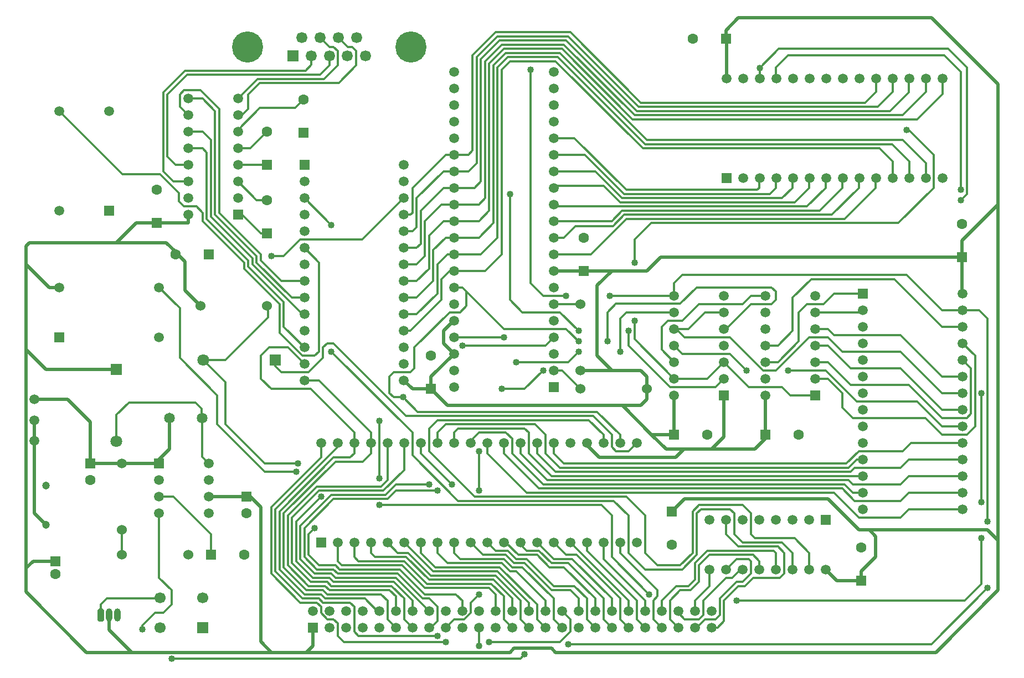
<source format=gbr>
G04 DipTrace 2.4.0.2*
%INTop.gbr*%
%MOIN*%
%ADD13C,0.013*%
%ADD14C,0.02*%
%ADD18C,0.0472*%
%ADD19C,0.063*%
%ADD20R,0.063X0.063*%
%ADD21R,0.0709X0.0709*%
%ADD22C,0.0709*%
%ADD23R,0.0591X0.0591*%
%ADD24C,0.0591*%
%ADD25C,0.063*%
%ADD26R,0.0665X0.0665*%
%ADD27C,0.0665*%
%ADD28C,0.1874*%
%ADD29C,0.065*%
%ADD30C,0.06*%
%ADD31C,0.06*%
%ADD32R,0.0669X0.0669*%
%ADD33C,0.0669*%
%ADD34O,0.0394X0.0787*%
%ADD35C,0.04*%
%FSLAX44Y44*%
G04*
G70*
G90*
G75*
G01*
%LNTop*%
%LPD*%
X-16694Y-14441D2*
D13*
Y-13191D1*
X-18944Y-10941D1*
X-19819D1*
X3931Y3684D2*
X6181D1*
X8306Y5809D1*
X21431D1*
X23306Y7684D1*
Y8259D1*
X23331Y8284D1*
X-8069Y-7691D2*
Y-8316D1*
X-8319Y-8566D1*
X-9319D1*
X-12569Y-11816D1*
Y-15316D1*
X-11069Y-16816D1*
X-10069D1*
X-9805Y-17080D1*
X-7430D1*
X-6694Y-17816D1*
X-6569D1*
X-8069Y-7691D2*
Y-7066D1*
X-10694Y-4441D1*
X-13069D1*
X-13694Y-3816D1*
Y-2441D1*
X-13194Y-1941D1*
X-12069D1*
X-11069Y-2941D1*
X3931Y4684D2*
X4559D1*
X5250Y5375D1*
X7497D1*
X8181Y6059D1*
X20681D1*
X22306Y7684D1*
Y8259D1*
X22331Y8284D1*
X-7069Y-7691D2*
Y-8316D1*
X-7569Y-8816D1*
X-9194D1*
X-12319Y-11941D1*
Y-15191D1*
X-10944Y-16566D1*
X-9944D1*
X-9694Y-16816D1*
X-6444D1*
X-6069Y-17191D1*
Y-18316D1*
X-5569Y-18816D1*
X-7069Y-7691D2*
Y-7066D1*
X-10194Y-3941D1*
X-11069D1*
X3931Y5684D2*
X7431D1*
X8056Y6309D1*
X19931D1*
X21306Y7684D1*
Y8284D1*
X21331D1*
X-6069Y-7691D2*
Y-9941D1*
X-6444Y-10316D1*
X-10319D1*
X-12069Y-12066D1*
Y-15066D1*
X-10819Y-16316D1*
X-9819D1*
X-9569Y-16566D1*
X-5944D1*
X-5569Y-16941D1*
Y-17816D1*
X3931Y6684D2*
Y6559D1*
X19181D1*
X20306Y7684D1*
Y8284D1*
X20331D1*
X-5069Y-7691D2*
Y-9316D1*
X-6319Y-10566D1*
X-10194D1*
X-11819Y-12191D1*
Y-14941D1*
X-10694Y-16066D1*
X-9694D1*
X-9444Y-16316D1*
X-5819D1*
X-5069Y-17066D1*
Y-18316D1*
X-4569Y-18816D1*
X3931Y7684D2*
Y7809D1*
X6931D1*
X7931Y6809D1*
X18431D1*
X19306Y7684D1*
Y8284D1*
X19331D1*
X3931Y8684D2*
X6431D1*
X8056Y7059D1*
X17681D1*
X18306Y7684D1*
Y8284D1*
X18331D1*
X3931Y9684D2*
X5806D1*
X8181Y7309D1*
X16931D1*
X17306Y7684D1*
Y8284D1*
X17331D1*
X3931Y10684D2*
X5181D1*
X8306Y7559D1*
X16181D1*
X16306Y7684D1*
Y8284D1*
X16331D1*
X28431Y7559D2*
Y14684D1*
X27431Y15684D1*
X18056D1*
X17306Y14934D1*
Y14309D1*
X17331Y14284D1*
X19681Y-3816D2*
X20431D1*
X21306Y-4691D1*
Y-5566D1*
X21931Y-6191D1*
X26306D1*
X27306Y-7191D1*
X28806D1*
X29306Y-6691D1*
Y-2441D1*
X28556Y-1691D1*
X19681Y-2816D2*
X20431D1*
X21806Y-4191D1*
X25306D1*
X27306Y-6191D1*
X28806D1*
X29056Y-5941D1*
Y-3191D1*
X28556Y-2691D1*
X19681Y-1816D2*
X20431D1*
X21806Y-3191D1*
X24806D1*
X27306Y-5691D1*
X28556D1*
X19681Y-816D2*
X20431D1*
X20806Y-1191D1*
X24818D1*
X27318Y-3691D1*
X28556D1*
X19681Y184D2*
X22556D1*
Y309D1*
X16331Y14284D2*
Y14909D1*
X28431Y6934D2*
X28806Y7309D1*
Y14934D1*
X27681Y16059D1*
X17481D1*
X16331Y14909D1*
X16681Y-1816D2*
X17431D1*
X18306Y-941D1*
Y1059D1*
X19431Y2184D1*
X24444D1*
X27319Y-691D1*
X28556D1*
X16681Y-2816D2*
X17431D1*
X18681Y-1566D1*
Y184D1*
X19181Y684D1*
X20181D1*
X20806Y1309D1*
X22556D1*
X1306Y7309D2*
Y934D1*
X2056Y184D1*
X4306D1*
X5431Y-941D1*
X8431D2*
Y-1816D1*
X10931Y-4316D1*
X13681D1*
X14181Y-3816D1*
X18306Y-15316D2*
Y-14316D1*
X17681Y-13691D1*
X15306D1*
X14806Y-13191D1*
Y-11941D1*
X14556Y-11691D1*
X12806D1*
X12556Y-11941D1*
Y-14441D1*
X11681Y-15316D1*
X9431D1*
X8431Y-14316D1*
Y-12066D1*
X7556Y-11191D1*
X-1819D1*
X-4569Y-8441D1*
Y-7066D1*
X-9444Y-2191D1*
Y5434D2*
X-11069Y7059D1*
X-15069Y6059D2*
X-14819D1*
X-13694Y4934D1*
X-13319D1*
X-15069Y8059D2*
X-13944Y6934D1*
X-13319D1*
X-15069Y9059D2*
X-13819D1*
X-13815Y9062D1*
X-13312D1*
X-15069Y10059D2*
X-14316D1*
X-13312Y11062D1*
X-10069Y-7691D2*
Y-8566D1*
X-13069Y-11566D1*
Y-15566D1*
X-11319Y-17316D1*
X-10319D1*
X-10069Y-17566D1*
Y-17941D1*
X-9694Y-18316D1*
X-9319D1*
X-9069Y-18566D1*
Y-19316D1*
X-8694Y-19691D1*
X-2569D1*
X56D2*
X4306D1*
X4931Y-19066D1*
Y-18316D1*
X4431Y-17816D1*
X-9069Y-7691D2*
Y-7941D1*
X-12819Y-11691D1*
Y-15441D1*
X-11194Y-17066D1*
X-10194D1*
X-9944Y-17316D1*
X-8319D1*
X-8069Y-17566D1*
Y-19066D1*
X-7819Y-19316D1*
X-3069D1*
X6931Y-13691D2*
Y-14691D1*
X9431Y-17191D1*
Y-17816D1*
X7931Y-13691D2*
Y-14316D1*
X10181Y-16566D1*
Y-16941D1*
X9931Y-17191D1*
Y-18316D1*
X10431Y-18816D1*
X-11069Y1059D2*
X-11819D1*
X-13944Y3184D1*
Y3559D1*
X-16444Y6059D1*
Y12309D1*
X-17194Y13059D1*
X-18069D1*
X-2069Y2684D2*
X-2319D1*
X-2819Y2184D1*
Y934D1*
X-4694Y-941D1*
X-5085D1*
X24331Y8284D2*
Y9284D1*
X23556Y10059D1*
X9306D1*
X4056Y15309D1*
X1306D1*
X806Y14809D1*
Y3684D1*
X-194Y2684D1*
X-2069D1*
X22556Y-8691D2*
X22181D1*
X21681Y-9191D1*
X4306D1*
X3431Y-8316D1*
Y-7191D1*
X2806Y-6566D1*
X-2569D1*
X-3069Y-7066D1*
Y-7691D1*
X-2069Y3684D2*
X-2444D1*
X-3069Y3059D1*
Y1309D1*
X-4319Y59D1*
X-5085D1*
X25331Y8284D2*
Y9284D1*
X24306Y10309D1*
X9431D1*
X4181Y15559D1*
X1181D1*
X556Y14934D1*
Y4684D1*
X-444Y3684D1*
X-2069D1*
X22556Y-9691D2*
X3806D1*
X2431Y-8316D1*
Y-7066D1*
X2181Y-6816D1*
X-1819D1*
X-2069Y-7066D1*
Y-7691D1*
Y4684D2*
X-2569D1*
X-3319Y3934D1*
Y2059D1*
X-4319Y1059D1*
X-5085D1*
X26331Y8284D2*
Y9159D1*
X24931Y10559D1*
X9556D1*
X4306Y15809D1*
X1056D1*
X306Y15059D1*
Y5559D1*
X-569Y4684D1*
X-2069D1*
X22556Y-10691D2*
X21931D1*
X21431Y-10191D1*
X3306D1*
X1431Y-8316D1*
Y-7441D1*
X1056Y-7066D1*
X-569D1*
X-1069Y-7566D1*
Y-7691D1*
X-2069Y5684D2*
X-2694D1*
X-3569Y4809D1*
Y2809D1*
X-4319Y2059D1*
X-5085D1*
X27331Y14284D2*
Y13334D1*
X25806Y11809D1*
X8681D1*
X4431Y16059D1*
X931D1*
X56Y15184D1*
Y6309D1*
X-569Y5684D1*
X-2069D1*
X28556Y-11691D2*
X25306D1*
X24806Y-12191D1*
X22306D1*
X20806Y-10691D1*
X2306D1*
X-69Y-8316D1*
Y-7691D1*
X-2069Y6684D2*
X-2819D1*
X-3819Y5684D1*
Y3559D1*
X-4319Y3059D1*
X-5085D1*
X26331Y14284D2*
Y13459D1*
X24931Y12059D1*
X8806D1*
X4556Y16309D1*
X806D1*
X-194Y15309D1*
Y7059D1*
X-569Y6684D1*
X-2069D1*
X28556Y-10691D2*
X25306D1*
X24806Y-11191D1*
X22056D1*
X21306Y-10441D1*
X3056D1*
X931Y-8316D1*
Y-7691D1*
X-2069Y7684D2*
X-2694D1*
X-4069Y6309D1*
Y4309D1*
X-4319Y4059D1*
X-5085D1*
X25331Y14284D2*
X25306D1*
Y13434D1*
X24181Y12309D1*
X8931D1*
X4681Y16559D1*
X681D1*
X-444Y15434D1*
Y8059D1*
X-819Y7684D1*
X-2069D1*
X28556Y-9691D2*
X25306D1*
X24806Y-10191D1*
X21931D1*
X21681Y-9941D1*
X3556D1*
X1931Y-8316D1*
Y-7691D1*
X-2069Y8684D2*
X-2694D1*
X-4319Y7059D1*
Y5309D1*
X-4569Y5059D1*
X-5085D1*
X24331Y14284D2*
Y13459D1*
X23431Y12559D1*
X9056D1*
X4806Y16809D1*
X556D1*
X-694Y15559D1*
Y9184D1*
X-1194Y8684D1*
X-2069D1*
X28556Y-8691D2*
X25306D1*
X24806Y-9191D1*
X22056D1*
X21806Y-9441D1*
X4056D1*
X2931Y-8316D1*
Y-7691D1*
X-2069Y9684D2*
X-2569D1*
X-4569Y7684D1*
Y6184D1*
X-4694Y6059D1*
X-5085D1*
X23331Y14284D2*
Y13459D1*
X22681Y12809D1*
X9181D1*
X4931Y17059D1*
X431D1*
X-944Y15684D1*
Y9934D1*
X-1194Y9684D1*
X-2069D1*
X28556Y-7691D2*
X25431D1*
X24931Y-8191D1*
X22306D1*
X21556Y-8941D1*
X4556D1*
X3931Y-8316D1*
Y-7691D1*
X10431Y-17816D2*
Y-17191D1*
X11306Y-16316D1*
X12056D1*
X12431Y-15941D1*
Y-14941D1*
X13181Y-14191D1*
X17181D1*
X17306Y-14316D1*
Y-15316D1*
X11431Y-18816D2*
X10931Y-18316D1*
Y-17191D1*
X11556Y-16566D1*
X12181D1*
X12681Y-16066D1*
Y-15066D1*
X13306Y-14441D1*
X15931D1*
X16306Y-14816D1*
Y-15316D1*
X11431Y-17816D2*
Y-17941D1*
X11806Y-18316D1*
X12681D1*
X12931Y-18066D1*
Y-17191D1*
X14306Y-15816D1*
X14681D1*
X15181Y-15316D1*
X15306D1*
X12431Y-18816D2*
X12556D1*
X13056Y-18316D1*
X13681D1*
X13931Y-18066D1*
Y-17066D1*
X14931Y-16066D1*
X15306D1*
X15806Y-15566D1*
Y-14816D1*
X15681Y-14691D1*
X14931D1*
X14306Y-15316D1*
X12431Y-17816D2*
Y-17191D1*
X13306Y-16316D1*
Y-15316D1*
X13431Y-18816D2*
X13806D1*
X14181Y-18441D1*
Y-17191D1*
X15056Y-16316D1*
X15431D1*
X15931Y-15816D1*
X17556D1*
X17806Y-15566D1*
Y-14316D1*
X17431Y-13941D1*
X15056D1*
X14306Y-13191D1*
Y-12316D1*
X11181Y-2816D2*
X10431Y-2066D1*
Y-691D1*
X10806Y-316D1*
X11681D1*
X12681Y684D1*
X15306D1*
X15806Y1184D1*
X16681D1*
X-17169Y-2691D2*
X-15816D1*
X-13250Y-125D1*
Y559D1*
X-13319D1*
X-13069Y3559D2*
X-12319D1*
X-11319Y4559D1*
X-7585D1*
X-5085Y7059D1*
X-1569Y-1816D2*
X3431D1*
X3931Y-1316D1*
X-4569Y-17816D2*
Y-17191D1*
X-5694Y-16066D1*
X-9319D1*
X-9569Y-15816D1*
X-10569D1*
X-11569Y-14816D1*
Y-12441D1*
X-10069Y-10941D1*
X-11444Y-8941D2*
X-13444D1*
X-15819Y-6566D1*
Y-4041D1*
X-17169Y-2691D1*
X8931Y-7691D2*
X8431Y-8191D1*
X7681D1*
X7431Y-7941D1*
Y-7191D1*
X6306Y-6066D1*
X-4944D1*
X-9319Y-1691D1*
X-9694D1*
X-9944Y-1941D1*
Y-2566D1*
X-10819Y-3441D1*
X-12444D1*
X-12819Y-3066D1*
Y-2691D1*
X-22069Y-12941D2*
Y-14441D1*
X-569Y-18816D2*
Y-19941D1*
X2181Y-20441D2*
X1931Y-20691D1*
X-19069D1*
X-20819Y-18941D2*
Y-18691D1*
X-20069Y-17941D1*
X-19569D1*
X-19069Y-17441D1*
Y-16566D1*
X-19819Y-15816D1*
Y-11941D1*
X-22375Y-7600D2*
Y-6000D1*
X-21625Y-5250D1*
X-17625D1*
X-17250Y-5625D1*
Y-6216D1*
X-17225Y-6191D1*
Y-8534D1*
X-16819Y-8941D1*
X11181Y-816D2*
X11306D1*
X12056D1*
X13056Y184D1*
X14181D1*
X28556Y-4691D2*
X27318D1*
X24818Y-2191D1*
X21306D1*
X20431Y-1316D1*
X19306D1*
X17306Y-3316D1*
X16556D1*
X14556Y-1316D1*
X11806D1*
X11306Y-816D1*
X14931Y-17191D2*
X28681D1*
X29681Y-16191D1*
Y-13441D1*
Y-11263D2*
Y-4691D1*
X28556Y309D2*
X27319D1*
X25194Y2434D1*
X11681D1*
X11181Y1934D1*
Y1184D1*
X2556Y14809D2*
Y1934D1*
X3306Y1184D1*
X4681D1*
X7306D2*
X9431D1*
X11181D1*
X28556Y309D2*
X29556D1*
X30056Y-191D1*
Y-12441D1*
Y-16441D2*
X26681Y-19816D1*
X4806D1*
X5556Y684D2*
X3931D1*
X-3569Y-18816D2*
X-3444D1*
X-3069Y-18441D1*
Y-17566D1*
X-3569Y-17066D1*
X-3944D1*
X-5444Y-15566D1*
X-9069D1*
X-9319Y-15316D1*
X-10319D1*
X-11069Y-14566D1*
Y-12816D1*
X-9319Y-11066D1*
X-6069D1*
X-5569Y-10566D1*
X-3069D1*
X-569D2*
Y-8191D1*
X806Y-4441D2*
X2181D1*
X3306Y-3316D1*
X431Y-17816D2*
Y-16816D1*
X56Y-16441D1*
X-3819D1*
X-5194Y-15066D1*
X-8819D1*
X-9069Y-14816D1*
Y-13691D1*
X-8069D2*
Y-14566D1*
X-7819Y-14816D1*
X-5069D1*
X-3694Y-16191D1*
X181D1*
X931Y-16941D1*
Y-18316D1*
X1431Y-18816D1*
Y-17816D2*
Y-17066D1*
X306Y-15941D1*
X-3569D1*
X-4944Y-14566D1*
X-6819D1*
X-7069Y-14316D1*
Y-13691D1*
X2431Y-18816D2*
X1931Y-18316D1*
Y-17191D1*
X431Y-15691D1*
X-3444D1*
X-4819Y-14316D1*
X-5444D1*
X-6069Y-13691D1*
X-5069D2*
X-3319Y-15441D1*
X556D1*
X2431Y-17316D1*
Y-17816D1*
X3431Y-18816D2*
X2931Y-18316D1*
Y-17441D1*
X681Y-15191D1*
X-3194D1*
X-4069Y-14316D1*
Y-13691D1*
X-3069D2*
Y-14316D1*
X-2444Y-14941D1*
X806D1*
X1306Y-15441D1*
X1681D1*
X3431Y-17191D1*
Y-17816D1*
X4431Y-18816D2*
X3931Y-18316D1*
Y-17066D1*
X2056Y-15191D1*
X1431D1*
X931Y-14691D1*
X-1694D1*
X-2069Y-14316D1*
Y-13691D1*
X5431Y-17816D2*
Y-17066D1*
X4931Y-16566D1*
X3806D1*
X2181Y-14941D1*
X1556D1*
X1056Y-14441D1*
X-319D1*
X-1069Y-13691D1*
X6431Y-18816D2*
X5931Y-18316D1*
Y-17066D1*
X5181Y-16316D1*
X3931D1*
X2306Y-14691D1*
X1681D1*
X1181Y-14191D1*
X431D1*
X-69Y-13691D1*
X931D2*
X1056D1*
X1806Y-14441D1*
X2931D1*
X3681Y-15191D1*
X4556D1*
X6431Y-17066D1*
Y-17816D1*
X7431Y-18816D2*
X6931Y-18316D1*
Y-17066D1*
X4806Y-14941D1*
X3806D1*
X3056Y-14191D1*
X2306D1*
X1931Y-13816D1*
Y-13691D1*
X2931D2*
X3931Y-14691D1*
X5056D1*
X7431Y-17066D1*
Y-17816D1*
X8431Y-18816D2*
X7931Y-18316D1*
Y-17066D1*
X5306Y-14441D1*
X4681D1*
X3931Y-13691D1*
X4931D2*
X8431Y-17191D1*
Y-17816D1*
X9431Y-18816D2*
X8931Y-18316D1*
Y-17191D1*
X5931Y-14191D1*
Y-13691D1*
X-2069Y-1316D2*
X931D1*
X-1569Y-17816D2*
Y-17191D1*
X-1944Y-16816D1*
X-3819D1*
X-5319Y-15316D1*
X-8944D1*
X-9194Y-15066D1*
X-10194D1*
X-10819Y-14441D1*
Y-13191D1*
X-10444Y-12816D1*
X-11569Y-9441D2*
X-13444D1*
X-16319Y-6566D1*
Y-4816D1*
X-18569Y-2566D1*
Y434D1*
X-19819Y1684D1*
X1681Y-2816D2*
X4806D1*
X5431Y-2191D1*
X7931D2*
Y-191D1*
X8306Y184D1*
X11181D1*
X-19944Y5559D2*
D14*
X-21194D1*
X-22378Y4375D1*
X-27628D1*
X-27819Y4184D1*
Y3069D1*
X-26434Y1684D1*
X-25819D1*
X28500Y3500D2*
Y1309D1*
X28556D1*
X14306Y16684D2*
X14331D1*
Y14284D1*
X28500Y3500D2*
Y4500D1*
X30681Y6681D1*
Y13934D1*
X26681Y17934D1*
X15056D1*
X14306Y17184D1*
Y16684D1*
X-18819Y3684D2*
Y3819D1*
X-19375Y4375D1*
X-22378D1*
X5556Y-3316D2*
X7431D1*
X9181D1*
X9556Y-3691D1*
Y-4441D1*
X3931Y2684D2*
X5744D1*
X7431D1*
X9559D1*
X10375Y3500D1*
X28500D1*
X7431Y-3316D2*
X6556Y-2441D1*
Y1809D1*
X7431Y2684D1*
X-3444Y-4441D2*
X-4559D1*
X-5085Y-3915D1*
Y-3941D1*
X-3444Y-4441D2*
X-3438Y-4447D1*
X-2444Y-5441D1*
X8077D1*
X9181D1*
X9556Y-5066D1*
Y-4441D1*
X-2069Y-316D2*
Y-441D1*
X-2194D1*
X-2694Y-941D1*
Y-1691D1*
X-2069Y-2316D1*
X-3438Y-4447D2*
Y-3685D1*
X-2069Y-2316D1*
X-10569Y-18816D2*
Y-19941D1*
X-10944Y-20316D1*
X-13041D1*
X-21467D1*
X-24184D1*
X-27819Y-16681D1*
Y-15247D1*
Y-2056D1*
Y3069D1*
X11181Y-7191D2*
X9827D1*
X8077Y-5441D1*
X16681Y-7191D2*
Y-7444D1*
X16059Y-8066D1*
X13431D1*
X11779D1*
X10702D1*
X9827Y-7191D1*
X11181D2*
Y-4816D1*
X16681Y-7191D2*
Y-4816D1*
X22431Y-16003D2*
X20994D1*
X20306Y-15316D1*
X11056Y-11816D2*
X11806Y-11066D1*
X20431D1*
X22306Y-12941D1*
X22931D1*
X23313Y-13322D1*
Y-14562D1*
X22431Y-15444D1*
Y-16003D1*
X22931Y-12941D2*
X30056D1*
X30681Y-13566D1*
Y-13941D1*
Y6681D1*
X-10944Y-20316D2*
X1306D1*
X1556Y-20066D1*
X3806D1*
X4056Y-20316D1*
X26931D1*
X30681Y-16566D1*
Y-13941D1*
X-19944Y5559D2*
X-18069D1*
Y6059D1*
X13431Y-8066D2*
X14181Y-7316D1*
Y-4816D1*
X-26069Y-14816D2*
X-27388D1*
X-27819Y-15247D1*
X-22819Y-18066D2*
Y-18964D1*
X-21467Y-20316D1*
X-22375Y-3250D2*
X-26625D1*
X-27819Y-2056D1*
X-14569Y-10941D2*
X-16819D1*
X-14569D2*
X-14319D1*
X-13694Y-11566D1*
Y-19663D1*
X-13041Y-20316D1*
X-17319Y559D2*
X-18250Y1490D1*
Y3250D1*
X-18750Y3750D1*
Y3684D1*
X-18819D1*
X5931Y-7691D2*
Y-7816D1*
X6681Y-8566D1*
X11279D1*
X11779Y-8066D1*
X-18069Y9059D2*
D13*
X-18819D1*
X-19319Y9559D1*
Y13309D1*
X-18128Y14500D1*
X-10128D1*
X-9569Y15059D1*
Y15625D1*
X-15069Y13059D2*
X-13878Y14250D1*
X-9878D1*
X-9069Y15059D1*
Y15934D1*
X-9319Y16184D1*
X-9569D1*
X-10114Y16729D1*
Y16743D1*
X28556Y-6691D2*
X27318D1*
X25818Y-5191D1*
X22181D1*
X20306Y-3316D1*
X18056D1*
X15556D2*
X14556Y-2316D1*
X11681D1*
X11181Y-1816D1*
X3931Y-3316D2*
X4431D1*
X5556Y-4441D1*
X-23319Y-18066D2*
Y-17441D1*
X-22944Y-17066D1*
X-19775D1*
X-19753Y-17044D1*
X-4069Y-7691D2*
Y-8316D1*
X-2194Y-10191D1*
X-3569D2*
X-5569D1*
X-6194Y-10816D1*
X-9444D1*
X-11319Y-12691D1*
Y-14691D1*
X-10444Y-15566D1*
X-9444D1*
X-9194Y-15816D1*
X-5569D1*
X-3569Y-17816D1*
X19681Y-4816D2*
X18181D1*
X17681Y-4316D1*
X15681D1*
X14181Y-2816D1*
X11181Y-3816D2*
X13181D1*
X14181Y-2816D1*
X25181Y11184D2*
X25306D1*
X26806Y9684D1*
Y7684D1*
X24681Y5559D1*
X9806D1*
X8806Y4559D1*
Y3184D1*
Y-316D2*
Y-1441D1*
X11181Y-3816D1*
X-11069Y2059D2*
X-12444D1*
X-13694Y3309D1*
Y3684D1*
X-16194Y6184D1*
Y12434D1*
X-17319Y13559D1*
X-18319D1*
X-18569Y13309D1*
Y12559D1*
X-18069Y12059D1*
X7931Y-7691D2*
Y-7191D1*
X6556Y-5816D1*
X-4247D1*
X-5125Y-4937D1*
X-5697D1*
X-5944Y-4691D1*
Y-3691D1*
X-5694Y-3441D1*
X-4694D1*
X-4444Y-3191D1*
Y-1941D1*
X-2319Y184D1*
X-1694D1*
X-1319Y559D1*
Y1434D1*
X-1569Y1684D1*
X-2069D1*
X14181Y-816D2*
X14306D1*
X15806Y684D1*
X17056D1*
X17306Y934D1*
Y1434D1*
X17056Y1684D1*
X12556D1*
X11560Y688D1*
X7685D1*
X7181Y184D1*
Y-1566D1*
X5431D2*
X4681Y-816D1*
X931D1*
X-1319Y1434D1*
X-2569Y-18816D2*
X-2069Y-18316D1*
X-1444D1*
X-1069Y-17941D1*
Y-17316D1*
X-569Y-16816D1*
X9681D2*
X7431Y-14566D1*
Y-12066D1*
X6806Y-11441D1*
X-6569D1*
Y-9816D2*
Y-6381D1*
X-18069Y10059D2*
X-17194D1*
X-16944Y9809D1*
Y5809D1*
X-14444Y3309D1*
Y2934D1*
X-12319Y809D1*
Y-691D1*
X-11069Y-1941D1*
X-18069Y8059D2*
X-18944D1*
X-19569Y8684D1*
Y13434D1*
X-18253Y14750D1*
X-11003D1*
X-10659Y15094D1*
Y15625D1*
X-15069Y12059D2*
X-14819D1*
X-14444Y12434D1*
Y13309D1*
X-13753Y14000D1*
X-9003D1*
X-7944Y15059D1*
Y15934D1*
X-8194Y16184D1*
X-8465D1*
X-9024Y16743D1*
X-18069Y11059D2*
X-17194D1*
X-16694Y10559D1*
Y5934D1*
X-14194Y3434D1*
Y3059D1*
X-11194Y59D1*
X-11069D1*
X-15069Y11059D2*
Y11181D1*
X-13750Y12500D1*
X-11625D1*
X-11125Y13000D1*
X-27319Y-6316D2*
D14*
Y-7576D1*
Y-11931D1*
X-26625Y-12625D1*
X-23944Y-8941D2*
X-22069D1*
X-19819D1*
X-27319Y-5056D2*
X-25329D1*
X-23944Y-6441D1*
Y-8941D1*
X-19194Y-6191D2*
Y-8066D1*
X-19819Y-8691D1*
Y-8941D1*
X19306Y-15316D2*
D13*
Y-14316D1*
X18431Y-13441D1*
X16056D1*
X15806Y-13191D1*
Y-11941D1*
X15306Y-11441D1*
X12681D1*
X12306Y-11816D1*
Y-14316D1*
X11556Y-15066D1*
X10181D1*
X9431Y-14316D1*
Y-12066D1*
X8306Y-10941D1*
X-819D1*
X-3569Y-8191D1*
Y-6816D1*
X-3069Y-6316D1*
X6056D1*
X6931Y-7191D1*
Y-7691D1*
X-11069Y4059D2*
X-10194Y3184D1*
Y-2191D1*
X-10444Y-2441D1*
X-11194D1*
X-12569Y-1066D1*
Y684D1*
X-14694Y2809D1*
Y3184D1*
X-17194Y5684D1*
Y6184D1*
X-17569Y6559D1*
X-18309D1*
X-18625Y6875D1*
Y7375D1*
X-19750Y8500D1*
X-22010D1*
X-25819Y12309D1*
D35*
X28431Y7559D3*
X16331Y14909D3*
X28431Y6934D3*
X1306Y7309D3*
X5431Y-941D3*
X8431D3*
X-9444Y-2191D3*
Y5434D3*
X-2569Y-19691D3*
X56D3*
X-3069Y-19316D3*
X-13069Y3559D3*
X-1569Y-1816D3*
X-10069Y-10941D3*
X-11444Y-8941D3*
X-569Y-19941D3*
X2181Y-20441D3*
X-19069Y-20691D3*
X-20819Y-18941D3*
X14931Y-17191D3*
X29681Y-13441D3*
Y-11263D3*
Y-4691D3*
X2556Y14809D3*
X4681Y1184D3*
X7306D3*
X30056Y-12441D3*
Y-16441D3*
X4806Y-19816D3*
X-3069Y-10566D3*
X-569D3*
Y-8191D3*
X806Y-4441D3*
X3306Y-3316D3*
X931Y-1316D3*
X-10444Y-12816D3*
X-11569Y-9441D3*
X1681Y-2816D3*
X5431Y-2191D3*
X7931D3*
X18056Y-3316D3*
X15556D3*
X-2194Y-10191D3*
X-3569D3*
X25181Y11184D3*
X8806Y3184D3*
Y-316D3*
X7181Y-1566D3*
X5431D3*
X-569Y-16816D3*
X9681D3*
X-6569Y-11441D3*
Y-9816D3*
Y-6381D3*
X-5125Y-4937D3*
D18*
X-26625Y-12625D3*
Y-10263D3*
D19*
X-23944Y-9941D3*
D20*
Y-8941D3*
D19*
X11056Y-13816D3*
D20*
Y-11816D3*
D19*
X-14569Y-11941D3*
D20*
Y-10941D3*
D19*
X12306Y16684D3*
D20*
X14306D3*
D19*
X-3444Y-2441D3*
D20*
Y-4441D3*
D19*
X-14694Y-14441D3*
D20*
X-16694D3*
D19*
X5744Y4684D3*
D20*
Y2684D3*
D19*
X-13319Y6934D3*
D20*
Y4934D3*
D19*
X-19944Y7559D3*
D20*
Y5559D3*
D19*
X13181Y-7191D3*
D20*
X11181D3*
D19*
X28500Y5500D3*
D20*
Y3500D3*
D19*
X-13312Y11062D3*
D20*
Y9062D3*
D19*
X-18819Y3684D3*
D20*
X-16819D3*
D19*
X-11125Y13000D3*
D20*
Y11000D3*
D19*
X18681Y-7191D3*
D20*
X16681D3*
D19*
X22431Y-14003D3*
D20*
Y-16003D3*
D21*
X-12819Y-2691D3*
D22*
X-17169D3*
D21*
X-22375Y-3250D3*
D22*
Y-7600D3*
D23*
X-10069Y-13691D3*
D24*
X-9069D3*
X-8069D3*
X-7069D3*
X-6069D3*
X-5069D3*
X-4069D3*
X-3069D3*
X-2069D3*
X-1069D3*
X-69D3*
X931D3*
X1931D3*
X2931D3*
X3931D3*
X4931D3*
X5931D3*
X6931D3*
X7931D3*
X8931D3*
Y-7691D3*
X7931D3*
X6931D3*
X5931D3*
X4931D3*
X3931D3*
X2931D3*
X1931D3*
X931D3*
X-69D3*
X-1069D3*
X-2069D3*
X-3069D3*
X-4069D3*
X-5069D3*
X-6069D3*
X-7069D3*
X-8069D3*
X-9069D3*
X-10069D3*
D23*
X-11069Y9059D3*
D24*
Y8059D3*
Y7059D3*
Y6059D3*
Y5059D3*
Y4059D3*
Y3059D3*
Y2059D3*
Y1059D3*
Y59D3*
Y-941D3*
Y-1941D3*
Y-2941D3*
Y-3941D3*
X-5085D3*
Y-2941D3*
Y-1941D3*
Y-941D3*
Y59D3*
Y1059D3*
Y2059D3*
Y3059D3*
Y4059D3*
Y5059D3*
Y6059D3*
Y7059D3*
Y8059D3*
Y9059D3*
D23*
X14331Y8284D3*
D24*
X15331D3*
X16331D3*
X17331D3*
X18331D3*
X19331D3*
X20331D3*
X21331D3*
X22331D3*
X23331D3*
X24331D3*
X25331D3*
X26331D3*
X27331D3*
Y14284D3*
X26331D3*
X25331D3*
X24331D3*
X23331D3*
X22331D3*
X21331D3*
X20331D3*
X19331D3*
X18331D3*
X17331D3*
X16331D3*
X15331D3*
X14331D3*
D23*
X3931Y-4316D3*
D24*
Y-3316D3*
Y-2316D3*
Y-1316D3*
Y-316D3*
Y684D3*
Y1684D3*
Y2684D3*
Y3684D3*
Y4684D3*
Y5684D3*
Y6684D3*
Y7684D3*
Y8684D3*
Y9684D3*
Y10684D3*
Y11684D3*
Y12684D3*
Y13684D3*
Y14684D3*
X-2069D3*
Y13684D3*
Y12684D3*
Y11684D3*
Y10684D3*
Y9684D3*
Y8684D3*
Y7684D3*
Y6684D3*
Y5684D3*
Y4684D3*
Y3684D3*
Y2684D3*
Y1684D3*
Y684D3*
Y-316D3*
Y-1316D3*
Y-2316D3*
Y-3316D3*
Y-4316D3*
D23*
X22556Y1309D3*
D24*
Y309D3*
Y-691D3*
Y-1691D3*
Y-2691D3*
Y-3691D3*
Y-4691D3*
Y-5691D3*
Y-6691D3*
Y-7691D3*
Y-8691D3*
Y-9691D3*
Y-10691D3*
Y-11691D3*
X28556D3*
Y-10691D3*
Y-9691D3*
Y-8691D3*
Y-7691D3*
Y-6691D3*
Y-5691D3*
Y-4691D3*
Y-3691D3*
Y-2691D3*
Y-1691D3*
Y-691D3*
Y309D3*
Y1309D3*
D23*
X-15069Y6059D3*
D24*
Y7059D3*
Y8059D3*
Y9059D3*
Y10059D3*
Y11059D3*
Y12059D3*
Y13059D3*
X-18069D3*
Y12059D3*
Y11059D3*
Y10059D3*
Y9059D3*
Y8059D3*
Y7059D3*
Y6059D3*
D23*
X-10569Y-18816D3*
D24*
Y-17816D3*
X-9569Y-18816D3*
Y-17816D3*
X-8569Y-18816D3*
Y-17816D3*
X-7569Y-18816D3*
Y-17816D3*
X-6569Y-18816D3*
Y-17816D3*
X-5569Y-18816D3*
Y-17816D3*
X-4569Y-18816D3*
Y-17816D3*
X-3569Y-18816D3*
Y-17816D3*
X-2569Y-18816D3*
Y-17816D3*
X-1569Y-18816D3*
Y-17816D3*
X-569Y-18816D3*
Y-17816D3*
X431Y-18816D3*
Y-17816D3*
X1431Y-18816D3*
Y-17816D3*
X2431Y-18816D3*
Y-17816D3*
X3431Y-18816D3*
Y-17816D3*
X4431Y-18816D3*
Y-17816D3*
X5431Y-18816D3*
Y-17816D3*
X6431Y-18816D3*
Y-17816D3*
X7431Y-18816D3*
Y-17816D3*
X8431Y-18816D3*
Y-17816D3*
X9431Y-18816D3*
Y-17816D3*
X10431Y-18816D3*
Y-17816D3*
X11431Y-18816D3*
Y-17816D3*
X12431Y-18816D3*
Y-17816D3*
X13431Y-18816D3*
Y-17816D3*
D20*
X-26069Y-14816D3*
D25*
Y-15603D3*
D26*
X-11750Y15625D3*
D27*
X-10659D3*
X-9569D3*
X-8478D3*
X-7388D3*
X-11205Y16743D3*
X-10114D3*
X-9024D3*
X-7933D3*
D28*
X-14488Y16184D3*
X-4650D3*
D29*
X-17225Y-6191D3*
X-19194D3*
D30*
X-17319Y559D3*
D31*
X-13319D3*
D30*
X-22069Y-8941D3*
D31*
Y-12941D3*
D30*
X9556Y-4441D3*
D31*
X5556D3*
D30*
Y-3316D3*
D31*
Y684D3*
D30*
X-22069Y-14441D3*
D31*
X-18069D3*
D32*
X-17194Y-18816D3*
D33*
Y-17044D3*
X-19753D3*
Y-18816D3*
D24*
X-27319Y-5056D3*
Y-6316D3*
Y-7576D3*
G36*
X-23516Y-18361D2*
X-23417Y-18460D1*
X-23220D1*
X-23122Y-18361D1*
Y-17771D1*
X-23220Y-17672D1*
X-23417D1*
X-23516Y-17771D1*
Y-18361D1*
G37*
D34*
X-22819Y-18066D3*
X-22319D3*
D23*
X20306Y-12316D3*
D24*
X19306D3*
X18306D3*
X17306D3*
X16306D3*
X15306D3*
X14306D3*
X13306D3*
Y-15316D3*
X14306D3*
X15306D3*
X16306D3*
X17306D3*
X18306D3*
X19306D3*
X20306D3*
D23*
X19681Y-4816D3*
D24*
Y-3816D3*
Y-2816D3*
Y-1816D3*
Y-816D3*
Y184D3*
Y1184D3*
X16681D3*
Y184D3*
Y-816D3*
Y-1816D3*
Y-2816D3*
Y-3816D3*
Y-4816D3*
D23*
X-19819Y-8941D3*
D24*
Y-9941D3*
Y-10941D3*
Y-11941D3*
X-16819D3*
Y-10941D3*
Y-9941D3*
Y-8941D3*
D23*
X14181Y-4816D3*
D24*
Y-3816D3*
Y-2816D3*
Y-1816D3*
Y-816D3*
Y184D3*
Y1184D3*
X11181D3*
Y184D3*
Y-816D3*
Y-1816D3*
Y-2816D3*
Y-3816D3*
Y-4816D3*
D23*
X-22819Y6309D3*
D24*
Y12309D3*
X-25819D3*
Y6309D3*
D23*
Y-1316D3*
D24*
X-19819D3*
Y1684D3*
X-25819D3*
M02*

</source>
